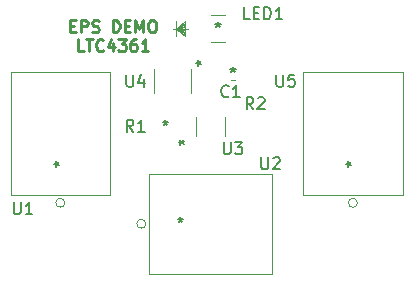
<source format=gbr>
%TF.GenerationSoftware,KiCad,Pcbnew,(6.0.10)*%
%TF.CreationDate,2023-01-28T16:26:22+05:30*%
%TF.ProjectId,protectionCkt,70726f74-6563-4746-996f-6e436b742e6b,rev?*%
%TF.SameCoordinates,Original*%
%TF.FileFunction,Legend,Top*%
%TF.FilePolarity,Positive*%
%FSLAX46Y46*%
G04 Gerber Fmt 4.6, Leading zero omitted, Abs format (unit mm)*
G04 Created by KiCad (PCBNEW (6.0.10)) date 2023-01-28 16:26:22*
%MOMM*%
%LPD*%
G01*
G04 APERTURE LIST*
%ADD10C,0.250000*%
%ADD11C,0.150000*%
%ADD12C,0.120000*%
G04 APERTURE END LIST*
D10*
X115760952Y-84213571D02*
X116094285Y-84213571D01*
X116237142Y-84737380D02*
X115760952Y-84737380D01*
X115760952Y-83737380D01*
X116237142Y-83737380D01*
X116665714Y-84737380D02*
X116665714Y-83737380D01*
X117046666Y-83737380D01*
X117141904Y-83785000D01*
X117189523Y-83832619D01*
X117237142Y-83927857D01*
X117237142Y-84070714D01*
X117189523Y-84165952D01*
X117141904Y-84213571D01*
X117046666Y-84261190D01*
X116665714Y-84261190D01*
X117618095Y-84689761D02*
X117760952Y-84737380D01*
X117999047Y-84737380D01*
X118094285Y-84689761D01*
X118141904Y-84642142D01*
X118189523Y-84546904D01*
X118189523Y-84451666D01*
X118141904Y-84356428D01*
X118094285Y-84308809D01*
X117999047Y-84261190D01*
X117808571Y-84213571D01*
X117713333Y-84165952D01*
X117665714Y-84118333D01*
X117618095Y-84023095D01*
X117618095Y-83927857D01*
X117665714Y-83832619D01*
X117713333Y-83785000D01*
X117808571Y-83737380D01*
X118046666Y-83737380D01*
X118189523Y-83785000D01*
X119380000Y-84737380D02*
X119380000Y-83737380D01*
X119618095Y-83737380D01*
X119760952Y-83785000D01*
X119856190Y-83880238D01*
X119903809Y-83975476D01*
X119951428Y-84165952D01*
X119951428Y-84308809D01*
X119903809Y-84499285D01*
X119856190Y-84594523D01*
X119760952Y-84689761D01*
X119618095Y-84737380D01*
X119380000Y-84737380D01*
X120380000Y-84213571D02*
X120713333Y-84213571D01*
X120856190Y-84737380D02*
X120380000Y-84737380D01*
X120380000Y-83737380D01*
X120856190Y-83737380D01*
X121284761Y-84737380D02*
X121284761Y-83737380D01*
X121618095Y-84451666D01*
X121951428Y-83737380D01*
X121951428Y-84737380D01*
X122618095Y-83737380D02*
X122808571Y-83737380D01*
X122903809Y-83785000D01*
X122999047Y-83880238D01*
X123046666Y-84070714D01*
X123046666Y-84404047D01*
X122999047Y-84594523D01*
X122903809Y-84689761D01*
X122808571Y-84737380D01*
X122618095Y-84737380D01*
X122522857Y-84689761D01*
X122427619Y-84594523D01*
X122380000Y-84404047D01*
X122380000Y-84070714D01*
X122427619Y-83880238D01*
X122522857Y-83785000D01*
X122618095Y-83737380D01*
X116903809Y-86347380D02*
X116427619Y-86347380D01*
X116427619Y-85347380D01*
X117094285Y-85347380D02*
X117665714Y-85347380D01*
X117380000Y-86347380D02*
X117380000Y-85347380D01*
X118570476Y-86252142D02*
X118522857Y-86299761D01*
X118380000Y-86347380D01*
X118284761Y-86347380D01*
X118141904Y-86299761D01*
X118046666Y-86204523D01*
X117999047Y-86109285D01*
X117951428Y-85918809D01*
X117951428Y-85775952D01*
X117999047Y-85585476D01*
X118046666Y-85490238D01*
X118141904Y-85395000D01*
X118284761Y-85347380D01*
X118380000Y-85347380D01*
X118522857Y-85395000D01*
X118570476Y-85442619D01*
X119427619Y-85680714D02*
X119427619Y-86347380D01*
X119189523Y-85299761D02*
X118951428Y-86014047D01*
X119570476Y-86014047D01*
X119856190Y-85347380D02*
X120475238Y-85347380D01*
X120141904Y-85728333D01*
X120284761Y-85728333D01*
X120380000Y-85775952D01*
X120427619Y-85823571D01*
X120475238Y-85918809D01*
X120475238Y-86156904D01*
X120427619Y-86252142D01*
X120380000Y-86299761D01*
X120284761Y-86347380D01*
X119999047Y-86347380D01*
X119903809Y-86299761D01*
X119856190Y-86252142D01*
X121332380Y-85347380D02*
X121141904Y-85347380D01*
X121046666Y-85395000D01*
X120999047Y-85442619D01*
X120903809Y-85585476D01*
X120856190Y-85775952D01*
X120856190Y-86156904D01*
X120903809Y-86252142D01*
X120951428Y-86299761D01*
X121046666Y-86347380D01*
X121237142Y-86347380D01*
X121332380Y-86299761D01*
X121380000Y-86252142D01*
X121427619Y-86156904D01*
X121427619Y-85918809D01*
X121380000Y-85823571D01*
X121332380Y-85775952D01*
X121237142Y-85728333D01*
X121046666Y-85728333D01*
X120951428Y-85775952D01*
X120903809Y-85823571D01*
X120856190Y-85918809D01*
X122380000Y-86347380D02*
X121808571Y-86347380D01*
X122094285Y-86347380D02*
X122094285Y-85347380D01*
X121999047Y-85490238D01*
X121903809Y-85585476D01*
X121808571Y-85633095D01*
D11*
%TO.C,U3*%
X128778095Y-94067380D02*
X128778095Y-94876904D01*
X128825714Y-94972142D01*
X128873333Y-95019761D01*
X128968571Y-95067380D01*
X129159047Y-95067380D01*
X129254285Y-95019761D01*
X129301904Y-94972142D01*
X129349523Y-94876904D01*
X129349523Y-94067380D01*
X129730476Y-94067380D02*
X130349523Y-94067380D01*
X130016190Y-94448333D01*
X130159047Y-94448333D01*
X130254285Y-94495952D01*
X130301904Y-94543571D01*
X130349523Y-94638809D01*
X130349523Y-94876904D01*
X130301904Y-94972142D01*
X130254285Y-95019761D01*
X130159047Y-95067380D01*
X129873333Y-95067380D01*
X129778095Y-95019761D01*
X129730476Y-94972142D01*
X124938780Y-94075250D02*
X125176876Y-94075250D01*
X125081638Y-94313345D02*
X125176876Y-94075250D01*
X125081638Y-93837154D01*
X125367352Y-94218107D02*
X125176876Y-94075250D01*
X125367352Y-93932392D01*
X124938780Y-94075250D02*
X125176876Y-94075250D01*
X125081638Y-94313345D02*
X125176876Y-94075250D01*
X125081638Y-93837154D01*
X125367352Y-94218107D02*
X125176876Y-94075250D01*
X125367352Y-93932392D01*
%TO.C,U5*%
X133223095Y-88352380D02*
X133223095Y-89161904D01*
X133270714Y-89257142D01*
X133318333Y-89304761D01*
X133413571Y-89352380D01*
X133604047Y-89352380D01*
X133699285Y-89304761D01*
X133746904Y-89257142D01*
X133794523Y-89161904D01*
X133794523Y-88352380D01*
X134746904Y-88352380D02*
X134270714Y-88352380D01*
X134223095Y-88828571D01*
X134270714Y-88780952D01*
X134365952Y-88733333D01*
X134604047Y-88733333D01*
X134699285Y-88780952D01*
X134746904Y-88828571D01*
X134794523Y-88923809D01*
X134794523Y-89161904D01*
X134746904Y-89257142D01*
X134699285Y-89304761D01*
X134604047Y-89352380D01*
X134365952Y-89352380D01*
X134270714Y-89304761D01*
X134223095Y-89257142D01*
X139152380Y-95885000D02*
X139390476Y-95885000D01*
X139295238Y-96123095D02*
X139390476Y-95885000D01*
X139295238Y-95646904D01*
X139580952Y-96027857D02*
X139390476Y-95885000D01*
X139580952Y-95742142D01*
%TO.C,R1*%
X121118333Y-93162380D02*
X120785000Y-92686190D01*
X120546904Y-93162380D02*
X120546904Y-92162380D01*
X120927857Y-92162380D01*
X121023095Y-92210000D01*
X121070714Y-92257619D01*
X121118333Y-92352857D01*
X121118333Y-92495714D01*
X121070714Y-92590952D01*
X121023095Y-92638571D01*
X120927857Y-92686190D01*
X120546904Y-92686190D01*
X122070714Y-93162380D02*
X121499285Y-93162380D01*
X121785000Y-93162380D02*
X121785000Y-92162380D01*
X121689761Y-92305238D01*
X121594523Y-92400476D01*
X121499285Y-92448095D01*
X123825000Y-92162380D02*
X123825000Y-92400476D01*
X123586904Y-92305238D02*
X123825000Y-92400476D01*
X124063095Y-92305238D01*
X123682142Y-92590952D02*
X123825000Y-92400476D01*
X123967857Y-92590952D01*
%TO.C,C1*%
X129180883Y-90146142D02*
X129133264Y-90193761D01*
X128990407Y-90241380D01*
X128895169Y-90241380D01*
X128752311Y-90193761D01*
X128657073Y-90098523D01*
X128609454Y-90003285D01*
X128561835Y-89812809D01*
X128561835Y-89669952D01*
X128609454Y-89479476D01*
X128657073Y-89384238D01*
X128752311Y-89289000D01*
X128895169Y-89241380D01*
X128990407Y-89241380D01*
X129133264Y-89289000D01*
X129180883Y-89336619D01*
X130133264Y-90241380D02*
X129561835Y-90241380D01*
X129847550Y-90241380D02*
X129847550Y-89241380D01*
X129752311Y-89384238D01*
X129657073Y-89479476D01*
X129561835Y-89527095D01*
X129540000Y-87717380D02*
X129540000Y-87955476D01*
X129301904Y-87860238D02*
X129540000Y-87955476D01*
X129778095Y-87860238D01*
X129397142Y-88145952D02*
X129540000Y-87955476D01*
X129682857Y-88145952D01*
%TO.C,U1*%
X110998095Y-99147380D02*
X110998095Y-99956904D01*
X111045714Y-100052142D01*
X111093333Y-100099761D01*
X111188571Y-100147380D01*
X111379047Y-100147380D01*
X111474285Y-100099761D01*
X111521904Y-100052142D01*
X111569523Y-99956904D01*
X111569523Y-99147380D01*
X112569523Y-100147380D02*
X111998095Y-100147380D01*
X112283809Y-100147380D02*
X112283809Y-99147380D01*
X112188571Y-99290238D01*
X112093333Y-99385476D01*
X111998095Y-99433095D01*
X114387380Y-95885000D02*
X114625476Y-95885000D01*
X114530238Y-96123095D02*
X114625476Y-95885000D01*
X114530238Y-95646904D01*
X114815952Y-96027857D02*
X114625476Y-95885000D01*
X114815952Y-95742142D01*
%TO.C,LED1*%
X130960952Y-83637380D02*
X130484761Y-83637380D01*
X130484761Y-82637380D01*
X131294285Y-83113571D02*
X131627619Y-83113571D01*
X131770476Y-83637380D02*
X131294285Y-83637380D01*
X131294285Y-82637380D01*
X131770476Y-82637380D01*
X132199047Y-83637380D02*
X132199047Y-82637380D01*
X132437142Y-82637380D01*
X132580000Y-82685000D01*
X132675238Y-82780238D01*
X132722857Y-82875476D01*
X132770476Y-83065952D01*
X132770476Y-83208809D01*
X132722857Y-83399285D01*
X132675238Y-83494523D01*
X132580000Y-83589761D01*
X132437142Y-83637380D01*
X132199047Y-83637380D01*
X133722857Y-83637380D02*
X133151428Y-83637380D01*
X133437142Y-83637380D02*
X133437142Y-82637380D01*
X133341904Y-82780238D01*
X133246666Y-82875476D01*
X133151428Y-82923095D01*
X128270000Y-83907380D02*
X128270000Y-84145476D01*
X128031904Y-84050238D02*
X128270000Y-84145476D01*
X128508095Y-84050238D01*
X128127142Y-84335952D02*
X128270000Y-84145476D01*
X128412857Y-84335952D01*
%TO.C,R2*%
X131278333Y-91257380D02*
X130945000Y-90781190D01*
X130706904Y-91257380D02*
X130706904Y-90257380D01*
X131087857Y-90257380D01*
X131183095Y-90305000D01*
X131230714Y-90352619D01*
X131278333Y-90447857D01*
X131278333Y-90590714D01*
X131230714Y-90685952D01*
X131183095Y-90733571D01*
X131087857Y-90781190D01*
X130706904Y-90781190D01*
X131659285Y-90352619D02*
X131706904Y-90305000D01*
X131802142Y-90257380D01*
X132040238Y-90257380D01*
X132135476Y-90305000D01*
X132183095Y-90352619D01*
X132230714Y-90447857D01*
X132230714Y-90543095D01*
X132183095Y-90685952D01*
X131611666Y-91257380D01*
X132230714Y-91257380D01*
%TO.C,U2*%
X131953095Y-95337380D02*
X131953095Y-96146904D01*
X132000714Y-96242142D01*
X132048333Y-96289761D01*
X132143571Y-96337380D01*
X132334047Y-96337380D01*
X132429285Y-96289761D01*
X132476904Y-96242142D01*
X132524523Y-96146904D01*
X132524523Y-95337380D01*
X132953095Y-95432619D02*
X133000714Y-95385000D01*
X133095952Y-95337380D01*
X133334047Y-95337380D01*
X133429285Y-95385000D01*
X133476904Y-95432619D01*
X133524523Y-95527857D01*
X133524523Y-95623095D01*
X133476904Y-95765952D01*
X132905476Y-96337380D01*
X133524523Y-96337380D01*
X125095000Y-100417380D02*
X125095000Y-100655476D01*
X124856904Y-100560238D02*
X125095000Y-100655476D01*
X125333095Y-100560238D01*
X124952142Y-100845952D02*
X125095000Y-100655476D01*
X125237857Y-100845952D01*
%TO.C,U4*%
X120523095Y-88352380D02*
X120523095Y-89161904D01*
X120570714Y-89257142D01*
X120618333Y-89304761D01*
X120713571Y-89352380D01*
X120904047Y-89352380D01*
X120999285Y-89304761D01*
X121046904Y-89257142D01*
X121094523Y-89161904D01*
X121094523Y-88352380D01*
X121999285Y-88685714D02*
X121999285Y-89352380D01*
X121761190Y-88304761D02*
X121523095Y-89019047D01*
X122142142Y-89019047D01*
X126436780Y-87331550D02*
X126674876Y-87331550D01*
X126579638Y-87569645D02*
X126674876Y-87331550D01*
X126579638Y-87093454D01*
X126865352Y-87474407D02*
X126674876Y-87331550D01*
X126865352Y-87188692D01*
X126436780Y-87331550D02*
X126674876Y-87331550D01*
X126579638Y-87569645D02*
X126674876Y-87331550D01*
X126579638Y-87093454D01*
X126865352Y-87474407D02*
X126674876Y-87331550D01*
X126865352Y-87188692D01*
D12*
%TO.C,U3*%
X126403100Y-91909900D02*
X126403100Y-93510100D01*
X128866900Y-93510100D02*
X128866900Y-91909900D01*
%TO.C,U5*%
X143916400Y-88138000D02*
X135483600Y-88138000D01*
X143916400Y-98552000D02*
X143916400Y-88138000D01*
X135483600Y-88138000D02*
X135483600Y-98552000D01*
X135483600Y-98552000D02*
X143916400Y-98552000D01*
X140081000Y-99187000D02*
G75*
G03*
X140081000Y-99187000I-381000J0D01*
G01*
%TO.C,C1*%
X129347550Y-88792000D02*
X129732450Y-88792000D01*
X129732450Y-87738000D02*
X129347550Y-87738000D01*
%TO.C,U1*%
X119151400Y-98552000D02*
X119151400Y-88138000D01*
X119151400Y-88138000D02*
X110718600Y-88138000D01*
X110718600Y-98552000D02*
X119151400Y-98552000D01*
X110718600Y-88138000D02*
X110718600Y-98552000D01*
X115316000Y-99187000D02*
G75*
G03*
X115316000Y-99187000I-381000J0D01*
G01*
%TO.C,LED1*%
X124739400Y-83820000D02*
X124739400Y-85090000D01*
X127650597Y-85585300D02*
X128889403Y-85585300D01*
X125501400Y-83820000D02*
X125501400Y-85090000D01*
X125755400Y-84455000D02*
X124485400Y-84455000D01*
X124739400Y-84455000D02*
X125501400Y-85090000D01*
X124739400Y-84455000D02*
X125501400Y-84836000D01*
X124739400Y-84455000D02*
X125501400Y-84074000D01*
X124739400Y-84455000D02*
X125501400Y-84963000D01*
X124739400Y-84455000D02*
X125501400Y-84582000D01*
X124739400Y-84455000D02*
X125501400Y-84328000D01*
X124739400Y-84455000D02*
X125501400Y-84201000D01*
X124739400Y-84455000D02*
X125501400Y-84709000D01*
X124739400Y-84455000D02*
X125501400Y-83947000D01*
X124739400Y-84455000D02*
X125501400Y-83820000D01*
X128889403Y-83324700D02*
X127650597Y-83324700D01*
%TO.C,U2*%
X122428000Y-105181400D02*
X132842000Y-105181400D01*
X132842000Y-96748600D02*
X122428000Y-96748600D01*
X132842000Y-105181400D02*
X132842000Y-96748600D01*
X122428000Y-96748600D02*
X122428000Y-105181400D01*
X122174000Y-100965000D02*
G75*
G03*
X122174000Y-100965000I-381000J0D01*
G01*
%TO.C,U4*%
X126034800Y-89903300D02*
X126034800Y-87896700D01*
X122885200Y-87896700D02*
X122885200Y-89903300D01*
%TD*%
M02*

</source>
